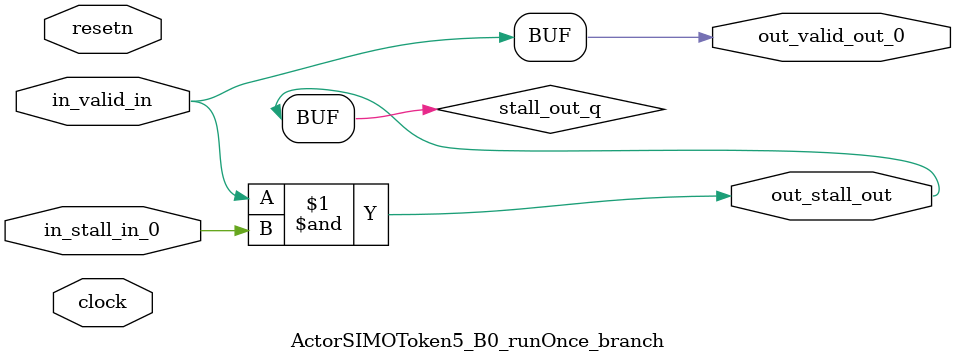
<source format=sv>



(* altera_attribute = "-name AUTO_SHIFT_REGISTER_RECOGNITION OFF; -name MESSAGE_DISABLE 10036; -name MESSAGE_DISABLE 10037; -name MESSAGE_DISABLE 14130; -name MESSAGE_DISABLE 14320; -name MESSAGE_DISABLE 15400; -name MESSAGE_DISABLE 14130; -name MESSAGE_DISABLE 10036; -name MESSAGE_DISABLE 12020; -name MESSAGE_DISABLE 12030; -name MESSAGE_DISABLE 12010; -name MESSAGE_DISABLE 12110; -name MESSAGE_DISABLE 14320; -name MESSAGE_DISABLE 13410; -name MESSAGE_DISABLE 113007; -name MESSAGE_DISABLE 10958" *)
module ActorSIMOToken5_B0_runOnce_branch (
    input wire [0:0] in_stall_in_0,
    input wire [0:0] in_valid_in,
    output wire [0:0] out_stall_out,
    output wire [0:0] out_valid_out_0,
    input wire clock,
    input wire resetn
    );

    wire [0:0] stall_out_q;


    // stall_out(LOGICAL,6)
    assign stall_out_q = in_valid_in & in_stall_in_0;

    // out_stall_out(GPOUT,4)
    assign out_stall_out = stall_out_q;

    // out_valid_out_0(GPOUT,5)
    assign out_valid_out_0 = in_valid_in;

endmodule

</source>
